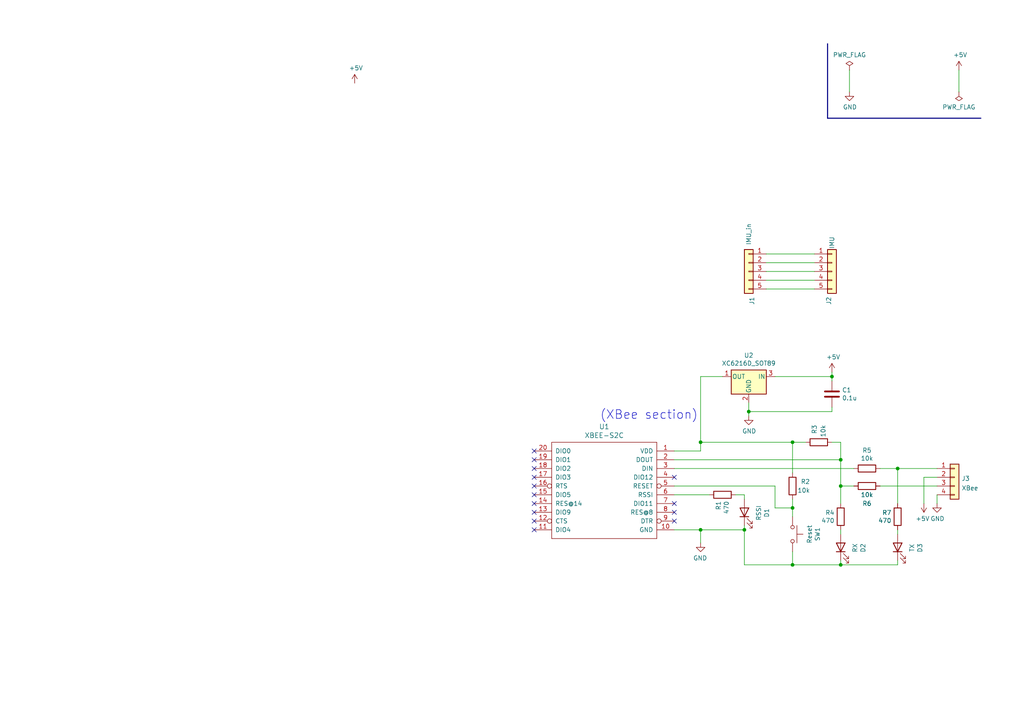
<source format=kicad_sch>
(kicad_sch (version 20211123) (generator eeschema)
  (paper "A4")
  (title_block (title "control board") (date "2021-11-06") (rev "V1.0") (company "Saeki.A"))
  (lib_symbols
    (symbol "0.main.mega:C" (pin_numbers hide) (pin_names (offset 0.254))
      (property "Reference" "C" (at 0.635 2.54 0))
      (property "Value" "0.main.mega_C" (at 0.635 -2.54 0))
      (symbol "C_0_1"
        (polyline (pts (xy -2.032 -0.762) (xy 2.032 -0.762)) (stroke (width 0.508)))
        (polyline (pts (xy -2.032 0.762) (xy 2.032 0.762)) (stroke (width 0.508)))
      )
      (symbol "C_1_1"
        (pin passive line (at 0 3.81 270) (length 2.794) (name "~") (number "1"))
        (pin passive line (at 0 -3.81 90) (length 2.794) (name "~") (number "2"))
      )
    )
    (symbol "0.main.robot.library:XBEE-S2C" (pin_names (offset 1.016))
      (property "Value" "0.main.robot.library_XBEE-S2C" (at -15.24 -17.78 0))
      (symbol "XBEE-S2C_1_0"
        (polyline (pts (xy -15.24 -15.24) (xy -15.24 12.7)))
        (polyline (pts (xy -15.24 12.7) (xy 15.24 12.7)))
        (polyline (pts (xy 15.24 -15.24) (xy -15.24 -15.24)))
        (polyline (pts (xy 15.24 12.7) (xy 15.24 -15.24)))
        (pin power_in line (at -20.32 10.16 0) (length 5.08) (name "VDD") (number "1"))
        (pin power_in line (at -20.32 -12.7 0) (length 5.08) (name "GND") (number "10"))
        (pin bidirectional line (at 20.32 -12.7 180) (length 5.08) (name "DIO4") (number "11"))
        (pin output inverted (at 20.32 -10.16 180) (length 5.08) (name "CTS") (number "12"))
        (pin bidirectional line (at 20.32 -7.62 180) (length 5.08) (name "DIO9") (number "13"))
        (pin bidirectional line (at 20.32 -5.08 180) (length 5.08) (name "RES@14") (number "14"))
        (pin bidirectional line (at 20.32 -2.54 180) (length 5.08) (name "DIO5") (number "15"))
        (pin input inverted (at 20.32 0 180) (length 5.08) (name "RTS") (number "16"))
        (pin bidirectional line (at 20.32 2.54 180) (length 5.08) (name "DIO3") (number "17"))
        (pin bidirectional line (at 20.32 5.08 180) (length 5.08) (name "DIO2") (number "18"))
        (pin bidirectional line (at 20.32 7.62 180) (length 5.08) (name "DIO1") (number "19"))
        (pin output line (at -20.32 7.62 0) (length 5.08) (name "DOUT") (number "2"))
        (pin bidirectional line (at 20.32 10.16 180) (length 5.08) (name "DIO0") (number "20"))
        (pin input line (at -20.32 5.08 0) (length 5.08) (name "DIN") (number "3"))
        (pin bidirectional line (at -20.32 2.54 0) (length 5.08) (name "DIO12") (number "4"))
        (pin input inverted (at -20.32 0 0) (length 5.08) (name "RESET") (number "5"))
        (pin bidirectional line (at -20.32 -2.54 0) (length 5.08) (name "RSSI") (number "6"))
        (pin bidirectional line (at -20.32 -5.08 0) (length 5.08) (name "DIO11") (number "7"))
        (pin bidirectional line (at -20.32 -7.62 0) (length 5.08) (name "RES@8") (number "8"))
        (pin bidirectional inverted (at -20.32 -10.16 0) (length 5.08) (name "DTR") (number "9"))
      )
    )
    (symbol "Connector_Generic:Conn_01x04" (pin_names (offset 1.016) hide)
      (property "Reference" "J" (at 0 5.08 0))
      (property "Value" "Conn_01x04" (at 0 -7.62 0))
      (symbol "Conn_01x04_1_1"
        (rectangle (start -1.27 -4.953) (end 0 -5.207) (stroke (width 0.1524)))
        (rectangle (start -1.27 -2.413) (end 0 -2.667) (stroke (width 0.1524)))
        (rectangle (start -1.27 0.127) (end 0 -0.127) (stroke (width 0.1524)))
        (rectangle (start -1.27 2.667) (end 0 2.413) (stroke (width 0.1524)))
        (rectangle (start -1.27 3.81) (end 1.27 -6.35) (stroke (width 0.254)) (fill (type background)))
        (pin passive line (at -5.08 2.54 0) (length 3.81) (name "Pin_1") (number "1"))
        (pin passive line (at -5.08 0 0) (length 3.81) (name "Pin_2") (number "2"))
        (pin passive line (at -5.08 -2.54 0) (length 3.81) (name "Pin_3") (number "3"))
        (pin passive line (at -5.08 -5.08 0) (length 3.81) (name "Pin_4") (number "4"))
      )
    )
    (symbol "Connector_Generic:Conn_01x05" (pin_names (offset 1.016) hide)
      (property "Reference" "J" (at 0 7.62 0))
      (property "Value" "Conn_01x05" (at 0 -7.62 0))
      (symbol "Conn_01x05_1_1"
        (rectangle (start -1.27 -4.953) (end 0 -5.207) (stroke (width 0.1524)))
        (rectangle (start -1.27 -2.413) (end 0 -2.667) (stroke (width 0.1524)))
        (rectangle (start -1.27 0.127) (end 0 -0.127) (stroke (width 0.1524)))
        (rectangle (start -1.27 2.667) (end 0 2.413) (stroke (width 0.1524)))
        (rectangle (start -1.27 5.207) (end 0 4.953) (stroke (width 0.1524)))
        (rectangle (start -1.27 6.35) (end 1.27 -6.35) (stroke (width 0.254)) (fill (type background)))
        (pin passive line (at -5.08 5.08 0) (length 3.81) (name "Pin_1") (number "1"))
        (pin passive line (at -5.08 2.54 0) (length 3.81) (name "Pin_2") (number "2"))
        (pin passive line (at -5.08 0 0) (length 3.81) (name "Pin_3") (number "3"))
        (pin passive line (at -5.08 -2.54 0) (length 3.81) (name "Pin_4") (number "4"))
        (pin passive line (at -5.08 -5.08 0) (length 3.81) (name "Pin_5") (number "5"))
      )
    )
    (symbol "Device:LED" (pin_numbers hide) (pin_names (offset 1.016) hide)
      (property "Reference" "D" (at 0 2.54 0))
      (property "Value" "LED" (at 0 -2.54 0))
      (symbol "LED_0_1"
        (polyline (pts (xy -1.27 -1.27) (xy -1.27 1.27)) (stroke (width 0.254)))
        (polyline (pts (xy -1.27 0) (xy 1.27 0)))
        (polyline (pts (xy 1.27 -1.27) (xy 1.27 1.27) (xy -1.27 0) (xy 1.27 -1.27)) (stroke (width 0.254)))
        (polyline (pts (xy -3.048 -0.762) (xy -4.572 -2.286) (xy -3.81 -2.286) (xy -4.572 -2.286) (xy -4.572 -1.524)))
        (polyline (pts (xy -1.778 -0.762) (xy -3.302 -2.286) (xy -2.54 -2.286) (xy -3.302 -2.286) (xy -3.302 -1.524)))
      )
      (symbol "LED_1_1"
        (pin passive line (at -3.81 0 0) (length 2.54) (name "K") (number "1"))
        (pin passive line (at 3.81 0 180) (length 2.54) (name "A") (number "2"))
      )
    )
    (symbol "Device:R" (pin_numbers hide) (pin_names (offset 0))
      (property "Reference" "R" (at 2.032 0 90))
      (property "Value" "R" (at 0 0 90))
      (symbol "R_0_1"
        (rectangle (start -1.016 -2.54) (end 1.016 2.54) (stroke (width 0.254)))
      )
      (symbol "R_1_1"
        (pin passive line (at 0 3.81 270) (length 1.27) (name "~") (number "1"))
        (pin passive line (at 0 -3.81 90) (length 1.27) (name "~") (number "2"))
      )
    )
    (symbol "Regulator_Linear:XC6216D_SOT89" (pin_names (offset 0.254))
      (property "Reference" "U" (at -3.81 3.175 0))
      (property "Value" "Regulator_Linear_XC6216D_SOT89" (at -0.635 3.175 0))
      (symbol "XC6216D_SOT89_0_1"
        (rectangle (start -5.08 1.905) (end 5.08 -5.08) (stroke (width 0.254)) (fill (type background)))
      )
      (symbol "XC6216D_SOT89_1_1"
        (pin power_out line (at 7.62 0 180) (length 2.54) (name "OUT") (number "1"))
        (pin power_in line (at 0 -7.62 90) (length 2.54) (name "GND") (number "2"))
        (pin power_in line (at -7.62 0 0) (length 2.54) (name "IN") (number "3"))
      )
    )
    (symbol "Switch:SW_Push" (pin_numbers hide) (pin_names (offset 1.016) hide)
      (property "Reference" "SW" (at 1.27 2.54 0))
      (property "Value" "SW_Push" (at 0 -1.524 0))
      (symbol "SW_Push_0_1"
        (circle (center -2.032 0) (radius 0.508))
        (polyline (pts (xy 0 1.27) (xy 0 3.048)))
        (polyline (pts (xy 2.54 1.27) (xy -2.54 1.27)))
        (circle (center 2.032 0) (radius 0.508))
        (pin passive line (at -5.08 0 0) (length 2.54) (name "1") (number "1"))
        (pin passive line (at 5.08 0 180) (length 2.54) (name "2") (number "2"))
      )
    )
    (symbol "power:+5V" (power) (pin_names (offset 0))
      (property "Value" "+5V" (at 0 3.556 0))
      (symbol "+5V_0_1"
        (polyline (pts (xy -0.762 1.27) (xy 0 2.54)))
        (polyline (pts (xy 0 0) (xy 0 2.54)))
        (polyline (pts (xy 0 2.54) (xy 0.762 1.27)))
      )
      (symbol "+5V_1_1"
        (pin power_in line (at 0 0 90) (length 0) hide (name "+5V") (number "1"))
      )
    )
    (symbol "power:GND" (power) (pin_names (offset 0))
      (property "Value" "GND" (at 0 -3.81 0))
      (symbol "GND_0_1"
        (polyline (pts (xy 0 0) (xy 0 -1.27) (xy 1.27 -1.27) (xy 0 -2.54) (xy -1.27 -1.27) (xy 0 -1.27)))
      )
      (symbol "GND_1_1"
        (pin power_in line (at 0 0 270) (length 0) hide (name "GND") (number "1"))
      )
    )
    (symbol "power:PWR_FLAG" (power) (pin_numbers hide) (pin_names (offset 0) hide)
      (property "Value" "PWR_FLAG" (at 0 3.81 0))
      (symbol "PWR_FLAG_0_0"
        (pin power_out line (at 0 0 90) (length 0) (name "pwr") (number "1"))
      )
      (symbol "PWR_FLAG_0_1"
        (polyline (pts (xy 0 0) (xy 0 1.27) (xy -1.016 1.905) (xy 0 2.54) (xy 1.016 1.905) (xy 0 1.27)))
      )
    )
  )
  (junction (at 260.35 135.89))
  (junction (at 243.84 163.83))
  (junction (at 229.87 163.83))
  (junction (at 243.84 140.97))
  (junction (at 241.3 109.22))
  (junction (at 203.2 128.27))
  (junction (at 203.2 153.67))
  (junction (at 217.17 119.38))
  (junction (at 215.9 153.67))
  (junction (at 229.87 128.27))
  (junction (at 229.87 147.32))
  (junction (at 243.84 133.35))
  (no_connect (at 154.94 130.81))
  (no_connect (at 154.94 133.35))
  (no_connect (at 154.94 135.89))
  (no_connect (at 154.94 138.43))
  (no_connect (at 154.94 140.97))
  (no_connect (at 154.94 143.51))
  (no_connect (at 154.94 146.05))
  (no_connect (at 154.94 148.59))
  (no_connect (at 154.94 151.13))
  (no_connect (at 154.94 153.67))
  (no_connect (at 195.58 151.13))
  (no_connect (at 195.58 148.59))
  (no_connect (at 195.58 146.05))
  (no_connect (at 195.58 138.43))
  (wire (pts (xy 243.84 162.56) (xy 243.84 163.83)))
  (wire (pts (xy 241.3 109.22) (xy 241.3 110.49)))
  (wire (pts (xy 203.2 128.27) (xy 203.2 130.81)))
  (wire (pts (xy 260.35 162.56) (xy 260.35 163.83)))
  (wire (pts (xy 241.3 128.27) (xy 243.84 128.27)))
  (wire (pts (xy 243.84 128.27) (xy 243.84 133.35)))
  (wire (pts (xy 233.68 128.27) (xy 229.87 128.27)))
  (wire (pts (xy 229.87 128.27) (xy 203.2 128.27)))
  (wire (pts (xy 271.78 146.05) (xy 271.78 143.51)))
  (wire (pts (xy 229.87 163.83) (xy 215.9 163.83)))
  (wire (pts (xy 229.87 160.02) (xy 229.87 163.83)))
  (bus (pts (xy 240.03 12.7) (xy 240.03 34.29)))
  (wire (pts (xy 260.35 135.89) (xy 260.35 146.05)))
  (wire (pts (xy 241.3 118.11) (xy 241.3 119.38)))
  (wire (pts (xy 222.25 81.28) (xy 236.22 81.28)))
  (wire (pts (xy 255.27 140.97) (xy 271.78 140.97)))
  (wire (pts (xy 224.79 109.22) (xy 241.3 109.22)))
  (wire (pts (xy 195.58 135.89) (xy 247.65 135.89)))
  (wire (pts (xy 215.9 153.67) (xy 203.2 153.67)))
  (wire (pts (xy 222.25 73.66) (xy 236.22 73.66)))
  (bus (pts (xy 240.03 34.29) (xy 284.48 34.29)))
  (wire (pts (xy 260.35 135.89) (xy 255.27 135.89)))
  (wire (pts (xy 203.2 109.22) (xy 203.2 128.27)))
  (wire (pts (xy 203.2 153.67) (xy 203.2 157.48)))
  (wire (pts (xy 217.17 119.38) (xy 217.17 120.65)))
  (wire (pts (xy 243.84 133.35) (xy 243.84 140.97)))
  (wire (pts (xy 241.3 109.22) (xy 241.3 107.95)))
  (wire (pts (xy 243.84 163.83) (xy 229.87 163.83)))
  (wire (pts (xy 195.58 140.97) (xy 224.79 140.97)))
  (wire (pts (xy 243.84 153.67) (xy 243.84 154.94)))
  (wire (pts (xy 229.87 147.32) (xy 229.87 149.86)))
  (wire (pts (xy 260.35 135.89) (xy 271.78 135.89)))
  (wire (pts (xy 215.9 163.83) (xy 215.9 153.67)))
  (wire (pts (xy 246.38 20.32) (xy 246.38 26.67)))
  (wire (pts (xy 195.58 143.51) (xy 205.74 143.51)))
  (wire (pts (xy 213.36 143.51) (xy 215.9 143.51)))
  (wire (pts (xy 209.55 109.22) (xy 203.2 109.22)))
  (wire (pts (xy 243.84 140.97) (xy 247.65 140.97)))
  (wire (pts (xy 241.3 119.38) (xy 217.17 119.38)))
  (wire (pts (xy 229.87 144.78) (xy 229.87 147.32)))
  (wire (pts (xy 215.9 143.51) (xy 215.9 144.78)))
  (wire (pts (xy 278.13 20.32) (xy 278.13 26.67)))
  (wire (pts (xy 195.58 153.67) (xy 203.2 153.67)))
  (wire (pts (xy 260.35 163.83) (xy 243.84 163.83)))
  (wire (pts (xy 222.25 76.2) (xy 236.22 76.2)))
  (wire (pts (xy 229.87 128.27) (xy 229.87 137.16)))
  (wire (pts (xy 195.58 133.35) (xy 243.84 133.35)))
  (wire (pts (xy 217.17 116.84) (xy 217.17 119.38)))
  (wire (pts (xy 222.25 83.82) (xy 236.22 83.82)))
  (wire (pts (xy 271.78 138.43) (xy 267.97 138.43)))
  (wire (pts (xy 224.79 147.32) (xy 229.87 147.32)))
  (wire (pts (xy 215.9 152.4) (xy 215.9 153.67)))
  (wire (pts (xy 222.25 78.74) (xy 236.22 78.74)))
  (wire (pts (xy 243.84 140.97) (xy 243.84 146.05)))
  (wire (pts (xy 267.97 138.43) (xy 267.97 146.05)))
  (wire (pts (xy 195.58 130.81) (xy 203.2 130.81)))
  (wire (pts (xy 224.79 140.97) (xy 224.79 147.32)))
  (wire (pts (xy 260.35 153.67) (xy 260.35 154.94)))
  (text "(XBee section)" (at 173.99 121.92 0) (effects (font (size 2.54 2.54)) (justify left bottom)))
  (symbol (lib_id "Connector_Generic:Conn_01x05") (at 241.3 78.74 0) (unit 1)
    (property "Reference" "J2" (at 240.3856 86.0552 90) (effects (justify right)))
    (property "Value" "IMU" (at 241.3 68.58 90) (effects (justify right)))
    (property "Footprint" "Connector_PinSocket_2.54mm:PinSocket_1x05_P2.54mm_Vertical" (effects hide))
  )
  (symbol (lib_id "power:PWR_FLAG") (at 278.13 26.67 180) (unit 1)
    (property "Reference" "#FLG0102" (effects hide))
    (property "Value" "PWR_FLAG" (at 278.13 31.0642 0))
  )
  (symbol (lib_id "power:GND") (at 217.17 120.65 0) (unit 1)
    (property "Reference" "#PWR0101" (effects hide))
    (property "Value" "GND" (at 217.297 125.0442 0))
  )
  (symbol (lib_id "power:GND") (at 271.78 146.05 0) (unit 1)
    (property "Reference" "#PWR0102" (effects hide))
    (property "Value" "GND" (at 271.907 150.4442 0))
  )
  (symbol (lib_id "Device:R") (at 251.46 140.97 90) (mirror x) (unit 1)
    (property "Reference" "R6" (at 251.46 146.05 90))
    (property "Value" "10k" (at 251.46 143.51 90))
    (property "Footprint" "Resistor_SMD:R_0603_1608Metric_Pad0.98x0.95mm_HandSolder" (effects hide))
  )
  (symbol (lib_id "Device:R") (at 251.46 135.89 90) (mirror x) (unit 1)
    (property "Reference" "R5" (at 251.46 130.6322 90))
    (property "Value" "10k" (at 251.46 132.9436 90))
    (property "Footprint" "Resistor_SMD:R_0603_1608Metric_Pad0.98x0.95mm_HandSolder" (effects hide))
  )
  (symbol (lib_id "Connector_Generic:Conn_01x05") (at 217.17 78.74 0) (mirror y) (unit 1)
    (property "Reference" "J1" (at 218.0844 86.0552 90) (effects (justify right)))
    (property "Value" "IMU_in" (at 217.17 64.77 90) (effects (justify right)))
    (property "Footprint" "Connector_PinSocket_2.54mm:PinSocket_1x05_P2.54mm_Vertical" (effects hide))
  )
  (symbol (lib_id "power:+5V") (at 267.97 146.05 180) (unit 1)
    (property "Reference" "#PWR0103" (effects hide))
    (property "Value" "+5V" (at 267.589 150.4442 0))
  )
  (symbol (lib_id "Device:R") (at 260.35 149.86 0) (mirror y) (unit 1)
    (property "Reference" "R7" (at 258.572 148.6916 0) (effects (justify left)))
    (property "Value" "470" (at 258.572 151.003 0) (effects (justify left)))
    (property "Footprint" "Resistor_SMD:R_0603_1608Metric_Pad0.98x0.95mm_HandSolder" (effects hide))
  )
  (symbol (lib_id "power:GND") (at 203.2 157.48 0) (mirror y) (unit 1)
    (property "Reference" "#PWR0104" (effects hide))
    (property "Value" "GND" (at 203.073 161.8742 0))
  )
  (symbol (lib_id "Device:LED") (at 260.35 158.75 90) (unit 1)
    (property "Reference" "D3" (at 266.827 158.9278 0))
    (property "Value" "TX" (at 264.5156 158.9278 0))
    (property "Footprint" "LED_SMD:LED_0603_1608Metric_Pad1.05x0.95mm_HandSolder" (effects hide))
  )
  (symbol (lib_id "Device:R") (at 209.55 143.51 90) (mirror x) (unit 1)
    (property "Reference" "R1" (at 208.3816 145.288 0) (effects (justify left)))
    (property "Value" "470" (at 210.693 145.288 0) (effects (justify left)))
    (property "Footprint" "Resistor_SMD:R_0603_1608Metric_Pad0.98x0.95mm_HandSolder" (effects hide))
  )
  (symbol (lib_id "Device:R") (at 229.87 140.97 0) (mirror y) (unit 1)
    (property "Reference" "R2" (at 234.95 139.7 0) (effects (justify left)))
    (property "Value" "10k" (at 234.95 142.24 0) (effects (justify left)))
    (property "Footprint" "Resistor_SMD:R_0603_1608Metric_Pad0.98x0.95mm_HandSolder" (effects hide))
  )
  (symbol (lib_id "Regulator_Linear:XC6216D_SOT89") (at 217.17 109.22 0) (mirror y) (unit 1)
    (property "Reference" "U2" (at 217.17 103.0732 0))
    (property "Value" "XC6216D_SOT89" (at 217.17 105.3846 0))
    (property "Footprint" "Package_TO_SOT_SMD:SOT-89-3" (effects hide))
  )
  (symbol (lib_id "Switch:SW_Push") (at 229.87 154.94 270) (unit 1)
    (property "Reference" "SW1" (at 237.109 154.94 0))
    (property "Value" "Reset" (at 234.7976 154.94 0))
    (property "Footprint" "0.main.robot:THAU13-AB-R" (effects hide))
  )
  (symbol (lib_id "power:+5V") (at 278.13 20.32 0) (unit 1)
    (property "Reference" "#PWR0108" (effects hide))
    (property "Value" "+5V" (at 278.511 15.9258 0))
  )
  (symbol (lib_id "Connector_Generic:Conn_01x04") (at 276.86 138.43 0) (unit 1)
    (property "Reference" "J3" (at 278.892 138.7915 0) (effects (justify left)))
    (property "Value" "XBee" (at 278.892 141.5666 0) (effects (justify left)))
    (property "Footprint" "Connector_PinSocket_2.54mm:PinSocket_1x04_P2.54mm_Vertical" (effects hide))
  )
  (symbol (lib_id "Device:R") (at 237.49 128.27 90) (mirror x) (unit 1)
    (property "Reference" "R3" (at 236.22 123.19 0) (effects (justify left)))
    (property "Value" "10k" (at 238.76 123.19 0) (effects (justify left)))
    (property "Footprint" "Resistor_SMD:R_0603_1608Metric_Pad0.98x0.95mm_HandSolder" (effects hide))
  )
  (symbol (lib_id "Device:LED") (at 243.84 158.75 90) (unit 1)
    (property "Reference" "D2" (at 250.317 158.9278 0))
    (property "Value" "RX" (at 248.0056 158.9278 0))
    (property "Footprint" "LED_SMD:LED_0603_1608Metric_Pad1.05x0.95mm_HandSolder" (effects hide))
  )
  (symbol (lib_id "power:GND") (at 246.38 26.67 0) (unit 1)
    (property "Reference" "#PWR0107" (effects hide))
    (property "Value" "GND" (at 246.507 31.0642 0))
  )
  (symbol (lib_id "Device:R") (at 243.84 149.86 0) (mirror y) (unit 1)
    (property "Reference" "R4" (at 242.062 148.6916 0) (effects (justify left)))
    (property "Value" "470" (at 242.062 151.003 0) (effects (justify left)))
    (property "Footprint" "Resistor_SMD:R_0603_1608Metric_Pad0.98x0.95mm_HandSolder" (effects hide))
  )
  (symbol (lib_id "power:+5V") (at 241.3 107.95 0) (unit 1)
    (property "Reference" "#PWR0106" (effects hide))
    (property "Value" "+5V" (at 241.681 103.5558 0))
  )
  (symbol (lib_id "power:PWR_FLAG") (at 246.38 20.32 0) (unit 1)
    (property "Reference" "#FLG0101" (effects hide))
    (property "Value" "PWR_FLAG" (at 246.38 15.9258 0))
  )
  (symbol (lib_id "0.main.mega:C") (at 241.3 114.3 0) (unit 1)
    (property "Reference" "C1" (at 244.221 113.1316 0) (effects (justify left)))
    (property "Value" "0.1u" (at 244.221 115.443 0) (effects (justify left)))
    (property "Footprint" "Capacitor_SMD:C_0603_1608Metric_Pad1.08x0.95mm_HandSolder" (effects hide))
  )
  (symbol (lib_id "0.main.robot.library:XBEE-S2C") (at 175.26 140.97 0) (mirror y) (unit 1)
    (property "Reference" "U1" (at 175.26 123.7488 0) (effects (font (size 1.4224 1.4224))))
    (property "Value" "XBEE-S2C" (at 175.26 126.2888 0) (effects (font (size 1.4224 1.4224))))
    (property "Footprint" "0.main.robot:XBEE-S2C" (effects hide))
  )
  (symbol (lib_id "power:+5V") (at 102.87 24.13 0) (unit 1)
    (property "Reference" "#PWR0105" (effects hide))
    (property "Value" "+5V" (at 103.251 19.7358 0))
  )
  (symbol (lib_id "Device:LED") (at 215.9 148.59 90) (unit 1)
    (property "Reference" "D1" (at 222.377 148.7678 0))
    (property "Value" "RSSI" (at 220.0656 148.7678 0))
    (property "Footprint" "LED_SMD:LED_0603_1608Metric_Pad1.05x0.95mm_HandSolder" (effects hide))
  )
)
</source>
